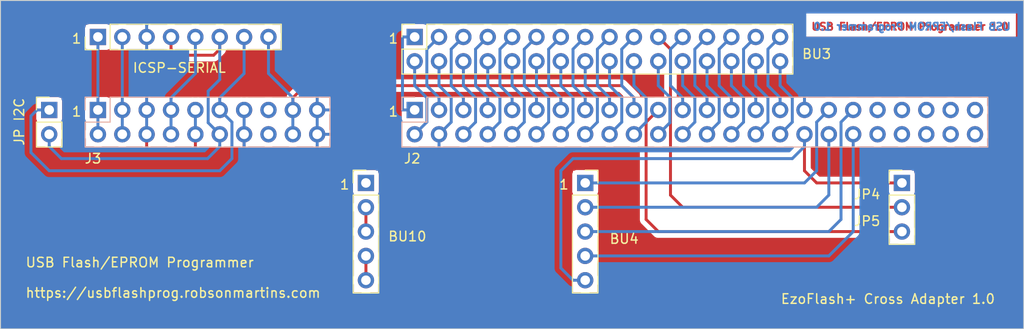
<source format=kicad_pcb>
(kicad_pcb (version 20221018) (generator pcbnew)
  (title_block (title "USB Flash/EPROM Programmer - EzoFlash+ Cross Adapter") (date "2024-01-25") (rev "v0.2.0") (company "Robson Martins") (comment 1 "https://usbflashprog.robsonmartins.com"))
  (layers (0 "F.Cu" signal) (31 "B.Cu" signal) (34 "B.Paste" user) (35 "F.Paste" user) (36 "B.SilkS" user "B.Silkscreen") (37 "F.SilkS" user "F.Silkscreen") (38 "B.Mask" user) (39 "F.Mask" user) (44 "Edge.Cuts" user))
  (net 0 "")
  (net 1 "/D0")
  (net 2 "/D1")
  (net 3 "/D2")
  (net 4 "/GND")
  (net 5 "/D3")
  (net 6 "/D4")
  (net 7 "/D5")
  (net 8 "/D6")
  (net 9 "/D7")
  (net 10 "/~{CE}")
  (net 11 "/A10")
  (net 12 "/~{OE}")
  (net 13 "/A11")
  (net 14 "/A9")
  (net 15 "/A8")
  (net 16 "/A13")
  (net 17 "/A14")
  (net 18 "/A17")
  (net 19 "/~{WE}")
  (net 20 "/VDD")
  (net 21 "/A18{slash}VPP")
  (net 22 "/A16")
  (net 23 "/A15")
  (net 24 "/A12")
  (net 25 "/A7")
  (net 26 "/A6")
  (net 27 "/A5")
  (net 28 "/A4")
  (net 29 "/A3")
  (net 30 "/A2")
  (net 31 "/A1")
  (net 32 "/A0")
  (net 33 "/A19")
  (net 34 "/A20")
  (net 35 "/A21")
  (net 36 "/A22")
  (net 37 "/VPP")
  (net 39 "Net-(BU10-Pin_2)")
  (net 40 "Net-(BU10-Pin_4)")
  (net 41 "/VPP13")
  (net 42 "/VDD5")
  (net 43 "/SDI")
  (net 44 "/SCK")
  (net 45 "/SDO")
  (net 46 "/A18")
  (footprint "Connector_PinHeader_2.54mm:PinHeader_1x05_P2.54mm_Vertical" (layer "F.Cu") (at 83.82 60.96)
    (fp_text reference "BU10" (at 4.318 5.588) (layer "F.SilkS"))
    (fp_text value "EzoFlash+" hide)
    (fp_line (start -1.33 -1.33) (end 0 -1.33) (stroke (width 0.12)) (layer "F.SilkS"))
    (fp_line (start -1.33 0) (end -1.33 -1.33) (stroke (width 0.12)) (layer "F.SilkS"))
    (fp_line (start -1.33 1.27) (end -1.33 11.49) (stroke (width 0.12)) (layer "F.SilkS"))
    (fp_line (start -1.33 1.27) (end 1.33 1.27) (stroke (width 0.12)) (layer "F.SilkS"))
    (fp_line (start -1.33 11.49) (end 1.33 11.49) (stroke (width 0.12)) (layer "F.SilkS"))
    (fp_line (start 1.33 1.27) (end 1.33 11.49) (stroke (width 0.12)) (layer "F.SilkS"))
    (pad "1" thru_hole rect (at 0 0) (size 1.7 1.7) (drill 1) (layers "*.Cu" "*.Mask"))
    (pad "2" thru_hole oval (at 0 2.54) (size 1.7 1.7) (drill 1) (layers "*.Cu" "*.Mask") (net 39 "Net-(BU10-Pin_2)"))
    (pad "3" thru_hole oval (at 0 5.08) (size 1.7 1.7) (drill 1) (layers "*.Cu" "*.Mask") (net 39 "Net-(BU10-Pin_2)"))
    (pad "4" thru_hole oval (at 0 7.62) (size 1.7 1.7) (drill 1) (layers "*.Cu" "*.Mask") (net 40 "Net-(BU10-Pin_4)"))
    (pad "5" thru_hole oval (at 0 10.16) (size 1.7 1.7) (drill 1) (layers "*.Cu" "*.Mask") (net 40 "Net-(BU10-Pin_4)"))
  )
  (footprint "Connector_PinSocket_2.54mm:PinSocket_1x05_P2.54mm_Vertical" (layer "F.Cu") (at 106.68 60.96)
    (fp_text reference "BU4" (at 4.064 5.842) (layer "F.SilkS"))
    (fp_text value "EzoFlash+" hide)
    (fp_line (start -1.33 1.27) (end -1.33 11.49) (stroke (width 0.12)) (layer "F.SilkS"))
    (fp_line (start -1.33 1.27) (end 1.33 1.27) (stroke (width 0.12)) (layer "F.SilkS"))
    (fp_line (start -1.33 11.49) (end 1.33 11.49) (stroke (width 0.12)) (layer "F.SilkS"))
    (fp_line (start 0 -1.33) (end 1.33 -1.33) (stroke (width 0.12)) (layer "F.SilkS"))
    (fp_line (start 1.33 -1.33) (end 1.33 0) (stroke (width 0.12)) (layer "F.SilkS"))
    (fp_line (start 1.33 1.27) (end 1.33 11.49) (stroke (width 0.12)) (layer "F.SilkS"))
    (pad "1" thru_hole rect (at 0 0) (size 1.7 1.7) (drill 1) (layers "*.Cu" "*.Mask") (net 33 "/A19"))
    (pad "2" thru_hole oval (at 0 2.54) (size 1.7 1.7) (drill 1) (layers "*.Cu" "*.Mask") (net 34 "/A20"))
    (pad "3" thru_hole oval (at 0 5.08) (size 1.7 1.7) (drill 1) (layers "*.Cu" "*.Mask") (net 35 "/A21"))
    (pad "4" thru_hole oval (at 0 7.62) (size 1.7 1.7) (drill 1) (layers "*.Cu" "*.Mask") (net 36 "/A22"))
    (pad "5" thru_hole oval (at 0 10.16) (size 1.7 1.7) (drill 1) (layers "*.Cu" "*.Mask") (net 37 "/VPP"))
  )
  (footprint "Connector_PinHeader_2.54mm:PinHeader_1x08_P2.54mm_Vertical" (layer "F.Cu") (at 55.88 45.72 90)
    (fp_text reference "ICSP-SERIAL1" hide)
    (fp_text value "EzoFlash+ 4.5" hide)
    (fp_line (start -1.33 -1.33) (end 0 -1.33) (stroke (width 0.12)) (layer "F.SilkS"))
    (fp_line (start -1.33 0) (end -1.33 -1.33) (stroke (width 0.12)) (layer "F.SilkS"))
    (fp_line (start -1.33 1.27) (end -1.33 19.11) (stroke (width 0.12)) (layer "F.SilkS"))
    (fp_line (start -1.33 1.27) (end 1.33 1.27) (stroke (width 0.12)) (layer "F.SilkS"))
    (fp_line (start -1.33 19.11) (end 1.33 19.11) (stroke (width 0.12)) (layer "F.SilkS"))
    (fp_line (start 1.33 1.27) (end 1.33 19.11) (stroke (width 0.12)) (layer "F.SilkS"))
    (pad "1" thru_hole rect (at 0 0 90) (size 1.7 1.7) (drill 1) (layers "*.Cu" "*.Mask") (net 41 "/VPP13"))
    (pad "2" thru_hole oval (at 0 2.54 90) (size 1.7 1.7) (drill 1) (layers "*.Cu" "*.Mask") (net 42 "/VDD5"))
    (pad "3" thru_hole oval (at 0 5.08 90) (size 1.7 1.7) (drill 1) (layers "*.Cu" "*.Mask") (net 4 "/GND"))
    (pad "4" thru_hole oval (at 0 7.62 90) (size 1.7 1.7) (drill 1) (layers "*.Cu" "*.Mask") (net 43 "/SDI"))
    (pad "5" thru_hole oval (at 0 10.16 90) (size 1.7 1.7) (drill 1) (layers "*.Cu" "*.Mask") (net 44 "/SCK"))
    (pad "6" thru_hole oval (at 0 12.7 90) (size 1.7 1.7) (drill 1) (layers "*.Cu" "*.Mask") (net 43 "/SDI"))
    (pad "7" thru_hole oval (at 0 15.24 90) (size 1.7 1.7) (drill 1) (layers "*.Cu" "*.Mask") (net 45 "/SDO"))
    (pad "8" thru_hole oval (at 0 17.78 90) (size 1.7 1.7) (drill 1) (layers "*.Cu" "*.Mask") (net 19 "/~{WE}"))
  )
  (footprint "Connector_PinHeader_2.54mm:PinHeader_1x03_P2.54mm_Vertical" (layer "F.Cu") (at 139.7 60.96)
    (fp_text reference "JP4JP5" hide)
    (fp_text value "Conn_01x03_Pin" hide)
    (fp_line (start -1.33 -1.33) (end 0 -1.33) (stroke (width 0.12)) (layer "F.SilkS"))
    (fp_line (start -1.33 0) (end -1.33 -1.33) (stroke (width 0.12)) (layer "F.SilkS"))
    (fp_line (start -1.33 1.27) (end -1.33 6.41) (stroke (width 0.12)) (layer "F.SilkS"))
    (fp_line (start -1.33 1.27) (end 1.33 1.27) (stroke (width 0.12)) (layer "F.SilkS"))
    (fp_line (start -1.33 6.41) (end 1.33 6.41) (stroke (width 0.12)) (layer "F.SilkS"))
    (fp_line (start 1.33 1.27) (end 1.33 6.41) (stroke (width 0.12)) (layer "F.SilkS"))
    (pad "1" thru_hole rect (at 0 0) (size 1.7 1.7) (drill 1) (layers "*.Cu" "*.Mask") (net 37 "/VPP"))
    (pad "2" thru_hole oval (at 0 2.54) (size 1.7 1.7) (drill 1) (layers "*.Cu" "*.Mask") (net 21 "/A18{slash}VPP"))
    (pad "3" thru_hole oval (at 0 5.08) (size 1.7 1.7) (drill 1) (layers "*.Cu" "*.Mask") (net 46 "/A18"))
  )
  (footprint "Connector_PinHeader_2.54mm:PinHeader_1x02_P2.54mm_Vertical" (layer "F.Cu") (at 50.8 53.34)
    (fp_text reference "JPI2C1" hide)
    (fp_text value "Conn_01x02_Pin" hide)
    (fp_line (start -1.33 -1.33) (end 0 -1.33) (stroke (width 0.12)) (layer "F.SilkS"))
    (fp_line (start -1.33 0) (end -1.33 -1.33) (stroke (width 0.12)) (layer "F.SilkS"))
    (fp_line (start -1.33 1.27) (end -1.33 3.87) (stroke (width 0.12)) (layer "F.SilkS"))
    (fp_line (start -1.33 1.27) (end 1.33 1.27) (stroke (width 0.12)) (layer "F.SilkS"))
    (fp_line (start -1.33 3.87) (end 1.33 3.87) (stroke (width 0.12)) (layer "F.SilkS"))
    (fp_line (start 1.33 1.27) (end 1.33 3.87) (stroke (width 0.12)) (layer "F.SilkS"))
    (pad "1" thru_hole rect (at 0 0) (size 1.7 1.7) (drill 1) (layers "*.Cu" "*.Mask") (net 45 "/SDO"))
    (pad "2" thru_hole oval (at 0 2.54) (size 1.7 1.7) (drill 1) (layers "*.Cu" "*.Mask") (net 43 "/SDI"))
  )
  (footprint "Connector_PinSocket_2.54mm:PinSocket_2x16_P2.54mm_Vertical" (layer "F.Cu") (at 88.9 45.72 90)
    (fp_text reference "BU3" (at -1.778 41.91) (layer "F.SilkS"))
    (fp_text value "EzoFlash+" hide)
    (fp_line (start -3.87 -1.33) (end -3.87 39.43) (stroke (width 0.12)) (layer "F.SilkS"))
    (fp_line (start -3.87 -1.33) (end -1.27 -1.33) (stroke (width 0.12)) (layer "F.SilkS"))
    (fp_line (start -3.87 39.43) (end 1.33 39.43) (stroke (width 0.12)) (layer "F.SilkS"))
    (fp_line (start -1.27 -1.33) (end -1.27 1.27) (stroke (width 0.12)) (layer "F.SilkS"))
    (fp_line (start -1.27 1.27) (end 1.33 1.27) (stroke (width 0.12)) (layer "F.SilkS"))
    (fp_line (start 0 -1.33) (end 1.33 -1.33) (stroke (width 0.12)) (layer "F.SilkS"))
    (fp_line (start 1.33 -1.33) (end 1.33 0) (stroke (width 0.12)) (layer "F.SilkS"))
    (fp_line (start 1.33 1.27) (end 1.33 39.43) (stroke (width 0.12)) (layer "F.SilkS"))
    (pad "1" thru_hole rect (at 0 0 90) (size 1.7 1.7) (drill 1) (layers "*.Cu" "*.Mask") (net 1 "/D0"))
    (pad "2" thru_hole oval (at -2.54 0 90) (size 1.7 1.7) (drill 1) (layers "*.Cu" "*.Mask") (net 2 "/D1"))
    (pad "3" thru_hole oval (at 0 2.54 90) (size 1.7 1.7) (drill 1) (layers "*.Cu" "*.Mask") (net 3 "/D2"))
    (pad "4" thru_hole oval (at -2.54 2.54 90) (size 1.7 1.7) (drill 1) (layers "*.Cu" "*.Mask") (net 4 "/GND"))
    (pad "5" thru_hole oval (at 0 5.08 90) (size 1.7 1.7) (drill 1) (layers "*.Cu" "*.Mask") (net 5 "/D3"))
    (pad "6" thru_hole oval (at -2.54 5.08 90) (size 1.7 1.7) (drill 1) (layers "*.Cu" "*.Mask") (net 6 "/D4"))
    (pad "7" thru_hole oval (at 0 7.62 90) (size 1.7 1.7) (drill 1) (layers "*.Cu" "*.Mask") (net 7 "/D5"))
    (pad "8" thru_hole oval (at -2.54 7.62 90) (size 1.7 1.7) (drill 1) (layers "*.Cu" "*.Mask") (net 8 "/D6"))
    (pad "9" thru_hole oval (at 0 10.16 90) (size 1.7 1.7) (drill 1) (layers "*.Cu" "*.Mask") (net 9 "/D7"))
    (pad "10" thru_hole oval (at -2.54 10.16 90) (size 1.7 1.7) (drill 1) (layers "*.Cu" "*.Mask") (net 10 "/~{CE}"))
    (pad "11" thru_hole oval (at 0 12.7 90) (size 1.7 1.7) (drill 1) (layers "*.Cu" "*.Mask") (net 11 "/A10"))
    (pad "12" thru_hole oval (at -2.54 12.7 90) (size 1.7 1.7) (drill 1) (layers "*.Cu" "*.Mask") (net 12 "/~{OE}"))
    (pad "13" thru_hole oval (at 0 15.24 90) (size 1.7 1.7) (drill 1) (layers "*.Cu" "*.Mask") (net 13 "/A11"))
    (pad "14" thru_hole oval (at -2.54 15.24 90) (size 1.7 1.7) (drill 1) (layers "*.Cu" "*.Mask") (net 14 "/A9"))
    (pad "15" thru_hole oval (at 0 17.78 90) (size 1.7 1.7) (drill 1) (layers "*.Cu" "*.Mask") (net 15 "/A8"))
    (pad "16" thru_hole oval (at -2.54 17.78 90) (size 1.7 1.7) (drill 1) (layers "*.Cu" "*.Mask") (net 16 "/A13"))
    (pad "17" thru_hole oval (at 0 20.32 90) (size 1.7 1.7) (drill 1) (layers "*.Cu" "*.Mask") (net 17 "/A14"))
    (pad "18" thru_hole oval (at -2.54 20.32 90) (size 1.7 1.7) (drill 1) (layers "*.Cu" "*.Mask") (net 18 "/A17"))
    (pad "19" thru_hole oval (at 0 22.86 90) (size 1.7 1.7) (drill 1) (layers "*.Cu" "*.Mask") (net 19 "/~{WE}"))
    (pad "20" thru_hole oval (at -2.54 22.86 90) (size 1.7 1.7) (drill 1) (layers "*.Cu" "*.Mask") (net 20 "/VDD"))
    (pad "21" thru_hole oval (at 0 25.4 90) (size 1.7 1.7) (drill 1) (layers "*.Cu" "*.Mask") (net 21 "/A18{slash}VPP"))
    (pad "22" thru_hole oval (at -2.54 25.4 90) (size 1.7 1.7) (drill 1) (layers "*.Cu" "*.Mask") (net 22 "/A16"))
    (pad "23" thru_hole oval (at 0 27.94 90) (size 1.7 1.7) (drill 1) (layers "*.Cu" "*.Mask") (net 23 "/A15"))
    (pad "24" thru_hole oval (at -2.54 27.94 90) (size 1.7 1.7) (drill 1) (layers "*.Cu" "*.Mask") (net 24 "/A12"))
    (pad "25" thru_hole oval (at 0 30.48 90) (size 1.7 1.7) (drill 1) (layers "*.Cu" "*.Mask") (net 25 "/A7"))
    (pad "26" thru_hole oval (at -2.54 30.48 90) (size 1.7 1.7) (drill 1) (layers "*.Cu" "*.Mask") (net 26 "/A6"))
    (pad "27" thru_hole oval (at 0 33.02 90) (size 1.7 1.7) (drill 1) (layers "*.Cu" "*.Mask") (net 27 "/A5"))
    (pad "28" thru_hole oval (at -2.54 33.02 90) (size 1.7 1.7) (drill 1) (layers "*.Cu" "*.Mask") (net 28 "/A4"))
    (pad "29" thru_hole oval (at 0 35.56 90) (size 1.7 1.7) (drill 1) (layers "*.Cu" "*.Mask") (net 29 "/A3"))
    (pad "30" thru_hole oval (at -2.54 35.56 90) (size 1.7 1.7) (drill 1) (layers "*.Cu" "*.Mask") (net 30 "/A2"))
    (pad "31" thru_hole oval (at 0 38.1 90) (size 1.7 1.7) (drill 1) (layers "*.Cu" "*.Mask") (net 31 "/A1"))
    (pad "32" thru_hole oval (at -2.54 38.1 90) (size 1.7 1.7) (drill 1) (layers "*.Cu" "*.Mask") (net 32 "/A0"))
  )
  (footprint "Connector_PinHeader_2.54mm:PinHeader_2x10_P2.54mm_Vertical" (layer "B.Cu") (at 55.88 53.34 -90)
    (fp_text reference "J3" (at 5.08 0.508 -180) (layer "F.SilkS"))
    (fp_text value "UFPROG" hide)
    (fp_line (start -1.33 -24.19) (end 3.87 -24.19) (stroke (width 0.12)) (layer "B.SilkS"))
    (fp_line (start -1.33 -1.27) (end -1.33 -24.19) (stroke (width 0.12)) (layer "B.SilkS"))
    (fp_line (start -1.33 -1.27) (end 1.27 -1.27) (stroke (width 0.12)) (layer "B.SilkS"))
    (fp_line (start -1.33 0) (end -1.33 1.33) (stroke (width 0.12)) (layer "B.SilkS"))
    (fp_line (start -1.33 1.33) (end 0 1.33) (stroke (width 0.12)) (layer "B.SilkS"))
    (fp_line (start 1.27 -1.27) (end 1.27 1.33) (stroke (width 0.12)) (layer "B.SilkS"))
    (fp_line (start 1.27 1.33) (end 3.87 1.33) (stroke (width 0.12)) (layer "B.SilkS"))
    (fp_line (start 3.87 1.33) (end 3.87 -24.19) (stroke (width 0.12)) (layer "B.SilkS"))
    (pad "1" thru_hole rect (at 0 0 270) (size 1.7 1.7) (drill 1) (layers "*.Cu" "*.Mask") (net 41 "/VPP13"))
    (pad "2" thru_hole oval (at 2.54 0 270) (size 1.7 1.7) (drill 1) (layers "*.Cu" "*.Mask") (net 41 "/VPP13"))
    (pad "3" thru_hole oval (at 0 -2.54 270) (size 1.7 1.7) (drill 1) (layers "*.Cu" "*.Mask") (net 42 "/VDD5"))
    (pad "4" thru_hole oval (at 2.54 -2.54 270) (size 1.7 1.7) (drill 1) (layers "*.Cu" "*.Mask") (net 42 "/VDD5"))
    (pad "5" thru_hole oval (at 0 -5.08 270) (size 1.7 1.7) (drill 1) (layers "*.Cu" "*.Mask") (net 4 "/GND"))
    (pad "6" thru_hole oval (at 2.54 -5.08 270) (size 1.7 1.7) (drill 1) (layers "*.Cu" "*.Mask") (net 4 "/GND"))
    (pad "7" thru_hole oval (at 0 -7.62 270) (size 1.7 1.7) (drill 1) (layers "*.Cu" "*.Mask") (net 44 "/SCK"))
    (pad "8" thru_hole oval (at 2.54 -7.62 270) (size 1.7 1.7) (drill 1) (layers "*.Cu" "*.Mask") (net 44 "/SCK"))
    (pad "9" thru_hole oval (at 0 -10.16 270) (size 1.7 1.7) (drill 1) (layers "*.Cu" "*.Mask") (net 4 "/GND"))
    (pad "10" thru_hole oval (at 2.54 -10.16 270) (size 1.7 1.7) (drill 1) (layers "*.Cu" "*.Mask") (net 4 "/GND"))
    (pad "11" thru_hole oval (at 0 -12.7 270) (size 1.7 1.7) (drill 1) (layers "*.Cu" "*.Mask") (net 45 "/SDO"))
    (pad "12" thru_hole oval (at 2.54 -12.7 270) (size 1.7 1.7) (drill 1) (layers "*.Cu" "*.Mask") (net 43 "/SDI"))
    (pad "13" thru_hole oval (at 0 -15.24 270) (size 1.7 1.7) (drill 1) (layers "*.Cu" "*.Mask") (net 4 "/GND"))
    (pad "14" thru_hole oval (at 2.54 -15.24 270) (size 1.7 1.7) (drill 1) (layers "*.Cu" "*.Mask") (net 4 "/GND"))
    (pad "15" thru_hole oval (at 0 -17.78 270) (size 1.7 1.7) (drill 1) (layers "*.Cu" "*.Mask"))
    (pad "16" thru_hole oval (at 2.54 -17.78 270) (size 1.7 1.7) (drill 1) (layers "*.Cu" "*.Mask"))
    (pad "17" thru_hole oval (at 0 -20.32 270) (size 1.7 1.7) (drill 1) (layers "*.Cu" "*.Mask") (net 19 "/~{WE}"))
    (pad "18" thru_hole oval (at 2.54 -20.32 270) (size 1.7 1.7) (drill 1) (layers "*.Cu" "*.Mask") (net 19 "/~{WE}"))
    (pad "19" thru_hole oval (at 0 -22.86 270) (size 1.7 1.7) (drill 1) (layers "*.Cu" "*.Mask") (net 4 "/GND"))
    (pad "20" thru_hole oval (at 2.54 -22.86 270) (size 1.7 1.7) (drill 1) (layers "*.Cu" "*.Mask") (net 4 "/GND"))
  )
  (footprint "Connector_PinHeader_2.54mm:PinHeader_2x24_P2.54mm_Vertical" (layer "B.Cu") (at 88.9 53.34 -90)
    (fp_text reference "J2" (at 5.08 0.254) (layer "F.SilkS"))
    (fp_text value "UFPROG" hide)
    (fp_line (start -1.33 -59.75) (end 3.87 -59.75) (stroke (width 0.12)) (layer "B.SilkS"))
    (fp_line (start -1.33 -1.27) (end -1.33 -59.75) (stroke (width 0.12)) (layer "B.SilkS"))
    (fp_line (start -1.33 -1.27) (end 1.27 -1.27) (stroke (width 0.12)) (layer "B.SilkS"))
    (fp_line (start -1.33 0) (end -1.33 1.33) (stroke (width 0.12)) (layer "B.SilkS"))
    (fp_line (start -1.33 1.33) (end 0 1.33) (stroke (width 0.12)) (layer "B.SilkS"))
    (fp_line (start 1.27 -1.27) (end 1.27 1.33) (stroke (width 0.12)) (layer "B.SilkS"))
    (fp_line (start 1.27 1.33) (end 3.87 1.33) (stroke (width 0.12)) (layer "B.SilkS"))
    (fp_line (start 3.87 1.33) (end 3.87 -59.75) (stroke (width 0.12)) (layer "B.SilkS"))
    (pad "1" thru_hole rect (at 0 0 270) (size 1.7 1.7) (drill 1) (layers "*.Cu" "*.Mask") (net 1 "/D0"))
    (pad "2" thru_hole oval (at 2.54 0 270) (size 1.7 1.7) (drill 1) (layers "*.Cu" "*.Mask") (net 2 "/D1"))
    (pad "3" thru_hole oval (at 0 -2.54 270) (size 1.7 1.7) (drill 1) (layers "*.Cu" "*.Mask") (net 3 "/D2"))
    (pad "4" thru_hole oval (at 2.54 -2.54 270) (size 1.7 1.7) (drill 1) (layers "*.Cu" "*.Mask") (net 4 "/GND"))
    (pad "5" thru_hole oval (at 0 -5.08 270) (size 1.7 1.7) (drill 1) (layers "*.Cu" "*.Mask") (net 5 "/D3"))
    (pad "6" thru_hole oval (at 2.54 -5.08 270) (size 1.7 1.7) (drill 1) (layers "*.Cu" "*.Mask") (net 6 "/D4"))
    (pad "7" thru_hole oval (at 0 -7.62 270) (size 1.7 1.7) (drill 1) (layers "*.Cu" "*.Mask") (net 7 "/D5"))
    (pad "8" thru_hole oval (at 2.54 -7.62 270) (size 1.7 1.7) (drill 1) (layers "*.Cu" "*.Mask") (net 8 "/D6"))
    (pad "9" thru_hole oval (at 0 -10.16 270) (size 1.7 1.7) (drill 1) (layers "*.Cu" "*.Mask") (net 9 "/D7"))
    (pad "10" thru_hole oval (at 2.54 -10.16 270) (size 1.7 1.7) (drill 1) (layers "*.Cu" "*.Mask") (net 10 "/~{CE}"))
    (pad "11" thru_hole oval (at 0 -12.7 270) (size 1.7 1.7) (drill 1) (layers "*.Cu" "*.Mask") (net 11 "/A10"))
    (pad "12" thru_hole oval (at 2.54 -12.7 270) (size 1.7 1.7) (drill 1) (layers "*.Cu" "*.Mask") (net 12 "/~{OE}"))
    (pad "13" thru_hole oval (at 0 -15.24 270) (size 1.7 1.7) (drill 1) (layers "*.Cu" "*.Mask") (net 13 "/A11"))
    (pad "14" thru_hole oval (at 2.54 -15.24 270) (size 1.7 1.7) (drill 1) (layers "*.Cu" "*.Mask") (net 14 "/A9"))
    (pad "15" thru_hole oval (at 0 -17.78 270) (size 1.7 1.7) (drill 1) (layers "*.Cu" "*.Mask") (net 15 "/A8"))
    (pad "16" thru_hole oval (at 2.54 -17.78 270) (size 1.7 1.7) (drill 1) (layers "*.Cu" "*.Mask") (net 16 "/A13"))
    (pad "17" thru_hole oval (at 0 -20.32 270) (size 1.7 1.7) (drill 1) (layers "*.Cu" "*.Mask") (net 17 "/A14"))
    (pad "18" thru_hole oval (at 2.54 -20.32 270) (size 1.7 1.7) (drill 1) (layers "*.Cu" "*.Mask") (net 18 "/A17"))
    (pad "19" thru_hole oval (at 0 -22.86 270) (size 1.7 1.7) (drill 1) (layers "*.Cu" "*.Mask") (net 19 "/~{WE}"))
    (pad "20" thru_hole oval (at 2.54 -22.86 270) (size 1.7 1.7) (drill 1) (layers "*.Cu" "*.Mask") (net 20 "/VDD"))
    (pad "21" thru_hole oval (at 0 -25.4 270) (size 1.7 1.7) (drill 1) (layers "*.Cu" "*.Mask") (net 46 "/A18"))
    (pad "22" thru_hole oval (at 2.54 -25.4 270) (size 1.7 1.7) (drill 1) (layers "*.Cu" "*.Mask") (net 22 "/A16"))
    (pad "23" thru_hole oval (at 0 -27.94 270) (size 1.7 1.7) (drill 1) (layers "*.Cu" "*.Mask") (net 23 "/A15"))
    (pad "24" thru_hole oval (at 2.54 -27.94 270) (size 1.7 1.7) (drill 1) (layers "*.Cu" "*.Mask") (net 24 "/A12"))
    (pad "25" thru_hole oval (at 0 -30.48 270) (size 1.7 1.7) (drill 1) (layers "*.Cu" "*.Mask") (net 25 "/A7"))
    (pad "26" thru_hole oval (at 2.54 -30.48 270) (size 1.7 1.7) (drill 1) (layers "*.Cu" "*.Mask") (net 26 "/A6"))
    (pad "27" thru_hole oval (at 0 -33.02 270) (size 1.7 1.7) (drill 1) (layers "*.Cu" "*.Mask") (net 27 "/A5"))
    (pad "28" thru_hole oval (at 2.54 -33.02 270) (size 1.7 1.7) (drill 1) (layers "*.Cu" "*.Mask") (net 28 "/A4"))
    (pad "29" thru_hole oval (at 0 -35.56 270) (size 1.7 1.7) (drill 1) (layers "*.Cu" "*.Mask") (net 29 "/A3"))
    (pad "30" thru_hole oval (at 2.54 -35.56 270) (size 1.7 1.7) (drill 1) (layers "*.Cu" "*.Mask") (net 30 "/A2"))
    (pad "31" thru_hole oval (at 0 -38.1 270) (size 1.7 1.7) (drill 1) (layers "*.Cu" "*.Mask") (net 31 "/A1"))
    (pad "32" thru_hole oval (at 2.54 -38.1 270) (size 1.7 1.7) (drill 1) (layers "*.Cu" "*.Mask") (net 32 "/A0"))
    (pad "33" thru_hole oval (at 0 -40.64 270) (size 1.7 1.7) (drill 1) (layers "*.Cu" "*.Mask") (net 4 "/GND"))
    (pad "34" thru_hole oval (at 2.54 -40.64 270) (size 1.7 1.7) (drill 1) (layers "*.Cu" "*.Mask") (net 37 "/VPP"))
    (pad "35" thru_hole oval (at 0 -43.18 270) (size 1.7 1.7) (drill 1) (layers "*.Cu" "*.Mask") (net 33 "/A19"))
    (pad "36" thru_hole oval (at 2.54 -43.18 270) (size 1.7 1.7) (drill 1) (layers "*.Cu" "*.Mask") (net 34 "/A20"))
    (pad "37" thru_hole oval (at 0 -45.72 270) (size 1.7 1.7) (drill 1) (layers "*.Cu" "*.Mask") (net 35 "/A21"))
    (pad "38" thru_hole oval (at 2.54 -45.72 270) (size 1.7 1.7) (drill 1) (layers "*.Cu" "*.Mask") (net 36 "/A22"))
    (pad "39" thru_hole oval (at 0 -48.26 270) (size 1.7 1.7) (drill 1) (layers "*.Cu" "*.Mask"))
    (pad "40" thru_hole oval (at 2.54 -48.26 270) (size 1.7 1.7) (drill 1) (layers "*.Cu" "*.Mask"))
    (pad "41" thru_hole oval (at 0 -50.8 270) (size 1.7 1.7) (drill 1) (layers "*.Cu" "*.Mask"))
    (pad "42" thru_hole oval (at 2.54 -50.8 270) (size 1.7 1.7) (drill 1) (layers "*.Cu" "*.Mask"))
    (pad "43" thru_hole oval (at 0 -53.34 270) (size 1.7 1.7) (drill 1) (layers "*.Cu" "*.Mask"))
    (pad "44" thru_hole oval (at 2.54 -53.34 270) (size 1.7 1.7) (drill 1) (layers "*.Cu" "*.Mask"))
    (pad "45" thru_hole oval (at 0 -55.88 270) (size 1.7 1.7) (drill 1) (layers "*.Cu" "*.Mask"))
    (pad "46" thru_hole oval (at 2.54 -55.88 270) (size 1.7 1.7) (drill 1) (layers "*.Cu" "*.Mask"))
    (pad "47" thru_hole oval (at 0 -58.42 270) (size 1.7 1.7) (drill 1) (layers "*.Cu" "*.Mask"))
    (pad "48" thru_hole oval (at 2.54 -58.42 270) (size 1.7 1.7) (drill 1) (layers "*.Cu" "*.Mask"))
  )
  (gr_line (start 45.72 41.91) (end 45.72 76.2) (stroke (width 0.1)) (layer "Edge.Cuts"))
  (gr_line (start 152.4 76.2) (end 152.4 41.91) (stroke (width 0.1)) (layer "Edge.Cuts"))
  (gr_line (start 152.4 41.91) (end 45.72 41.91) (stroke (width 0.1)) (layer "Edge.Cuts"))
  (gr_line (start 45.72 76.2) (end 152.4 76.2) (stroke (width 0.1)) (layer "Edge.Cuts"))
  (gr_text "USB Flash/EPROM Programmer 1.0" (at 130.175 45.085) (layer "F.Cu") (effects (font (size 0.762 0.762) (thickness 0.1778) bold) (justify left bottom)))
  (gr_text "USB Flash/EPROM Programmer 1.0" (at 151.13 45.085) (layer "B.Cu") (effects (font (size 0.762 0.762) (thickness 0.1778) bold) (justify left bottom mirror)))
  (gr_text "1" (at 53.086 54.102) (layer "F.SilkS") (effects (font (size 1 1)) (justify left bottom)))
  (gr_text "1" (at 53.086 46.482) (layer "F.SilkS") (effects (font (size 1 1)) (justify left bottom)))
  (gr_text "ICSP-SERIAL" (at 59.436 49.53) (layer "F.SilkS") (effects (font (size 1 1)) (justify left bottom)))
  (gr_text "1" (at 86.106 54.102) (layer "F.SilkS") (effects (font (size 1 1)) (justify left bottom)))
  (gr_text "1" (at 86.106 46.482) (layer "F.SilkS") (effects (font (size 1 1)) (justify left bottom)))
  (gr_text "JP4" (at 134.62 62.738) (layer "F.SilkS") (effects (font (size 1 1)) (justify left bottom)))
  (gr_text "EzoFlash+ Cross Adapter 1.0" (at 127 73.66) (layer "F.SilkS") (effects (font (size 1 1)) (justify left bottom)))
  (gr_text "1" (at 81.026 61.722) (layer "F.SilkS") (effects (font (size 1 1)) (justify left bottom)))
  (gr_text "JP5" (at 134.62 65.532) (layer "F.SilkS") (effects (font (size 1 1)) (justify left bottom)))
  (gr_text "JP I2C" (at 48.26 57.15 90) (layer "F.SilkS") (effects (font (size 1 1)) (justify left bottom)))
  (gr_text "1" (at 103.886 61.722) (layer "F.SilkS") (effects (font (size 1 1)) (justify left bottom)))
  (gr_text "USB Flash/EPROM Programmer" (at 48.26 69.85) (layer "F.SilkS") (effects (font (size 1 1)) (justify left bottom)))
  (gr_text "https://usbflashprog.robsonmartins.com" (at 48.26 73.025) (layer "F.SilkS") (effects (font (size 1 1)) (justify left bottom)))
  (segment (start 87.63 45.72) (end 88.9 45.72) (width 0.3048) (layer "B.Cu") (net 1))
  (segment (start 88.9 53.34) (end 87.63 53.34) (width 0.3048) (layer "B.Cu") (net 1))
  (segment (start 87.63 53.34) (end 87.63 45.72) (width 0.3048) (layer "B.Cu") (net 1))
  (segment (start 88.9 48.26) (end 88.9 50.8) (width 0.3048) (layer "B.Cu") (net 2))
  (segment (start 90.17 52.07) (end 90.17 54.61) (width 0.3048) (layer "B.Cu") (net 2))
  (segment (start 90.17 54.61) (end 88.9 55.88) (width 0.3048) (layer "B.Cu") (net 2))
  (segment (start 88.9 50.8) (end 90.17 52.07) (width 0.3048) (layer "B.Cu") (net 2))
  (segment (start 90.17 50.8) (end 91.44 52.07) (width 0.3048) (layer "B.Cu") (net 3))
  (segment (start 91.44 52.07) (end 91.44 53.34) (width 0.3048) (layer "B.Cu") (net 3))
  (segment (start 90.17 46.99) (end 90.17 50.8) (width 0.3048) (layer "B.Cu") (net 3))
  (segment (start 91.44 45.72) (end 90.17 46.99) (width 0.3048) (layer "B.Cu") (net 3))
  (segment (start 70.485 58.42) (end 65.405 58.42) (width 0.3048) (layer "F.Cu") (net 4))
  (segment (start 71.12 55.88) (end 71.12 57.785) (width 0.3048) (layer "F.Cu") (net 4))
  (segment (start 60.96 55.88) (end 60.96 57.785) (width 0.3048) (layer "F.Cu") (net 4))
  (segment (start 66.04 58.42) (end 66.04 55.88) (width 0.3048) (layer "F.Cu") (net 4))
  (segment (start 65.405 58.42) (end 66.04 58.42) (width 0.3048) (layer "F.Cu") (net 4))
  (segment (start 60.96 57.785) (end 61.595 58.42) (width 0.3048) (layer "F.Cu") (net 4))
  (segment (start 61.595 58.42) (end 65.405 58.42) (width 0.3048) (layer "F.Cu") (net 4))
  (segment (start 71.12 57.785) (end 70.485 58.42) (width 0.3048) (layer "F.Cu") (net 4))
  (segment (start 78.74 53.34) (end 81.28 53.34) (width 0.3048) (layer "B.Cu") (net 4))
  (segment (start 78.74 55.88) (end 82.55 55.88) (width 0.3048) (layer "B.Cu") (net 4))
  (segment (start 71.12 55.88) (end 71.12 58.42) (width 0.3048) (layer "B.Cu") (net 4))
  (segment (start 90.17 59.055) (end 91.44 57.785) (width 0.3048) (layer "B.Cu") (net 4))
  (segment (start 71.755 59.055) (end 78.74 59.055) (width 0.3048) (layer "B.Cu") (net 4))
  (segment (start 60.96 44.45) (end 61.595 43.815) (width 0.3048) (layer "B.Cu") (net 4))
  (segment (start 92.71 54.61) (end 91.44 55.88) (width 0.3048) (layer "B.Cu") (net 4))
  (segment (start 81.28 53.34) (end 82.55 54.61) (width 0.3048) (layer "B.Cu") (net 4))
  (segment (start 86.995 59.055) (end 90.17 59.055) (width 0.3048) (layer "B.Cu") (net 4))
  (segment (start 91.44 48.26) (end 91.44 50.8) (width 0.3048) (layer "B.Cu") (net 4))
  (segment (start 92.71 52.07) (end 92.71 54.61) (width 0.3048) (layer "B.Cu") (net 4))
  (segment (start 78.74 45.085) (end 78.74 53.34) (width 0.3048) (layer "B.Cu") (net 4))
  (segment (start 60.96 45.72) (end 60.96 53.34) (width 0.3048) (layer "B.Cu") (net 4))
  (segment (start 82.55 54.61) (end 82.55 55.88) (width 0.3048) (layer "B.Cu") (net 4))
  (segment (start 71.12 58.42) (end 71.755 59.055) (width 0.3048) (layer "B.Cu") (net 4))
  (segment (start 78.74 55.88) (end 78.74 53.34) (width 0.3048) (layer "B.Cu") (net 4))
  (segment (start 91.44 50.8) (end 92.71 52.07) (width 0.3048) (layer "B.Cu") (net 4))
  (segment (start 61.595 43.815) (end 77.47 43.815) (width 0.3048) (layer "B.Cu") (net 4))
  (segment (start 60.96 45.72) (end 60.96 44.45) (width 0.3048) (layer "B.Cu") (net 4))
  (segment (start 78.74 55.88) (end 78.74 59.055) (width 0.3048) (layer "B.Cu") (net 4))
  (segment (start 129.54 53.34) (end 129.54 51.435) (width 0.3048) (layer "B.Cu") (net 4))
  (segment (start 77.47 43.815) (end 78.74 45.085) (width 0.3048) (layer "B.Cu") (net 4))
  (segment (start 82.55 55.88) (end 82.55 59.055) (width 0.3048) (layer "B.Cu") (net 4))
  (segment (start 129.54 51.435) (end 130.81 50.165) (width 0.3048) (layer "B.Cu") (net 4))
  (segment (start 60.96 55.88) (end 60.96 53.34) (width 0.3048) (layer "B.Cu") (net 4))
  (segment (start 71.12 55.88) (end 71.12 53.34) (width 0.3048) (layer "B.Cu") (net 4))
  (segment (start 91.44 57.785) (end 91.44 55.88) (width 0.3048) (layer "B.Cu") (net 4))
  (segment (start 78.74 59.055) (end 82.55 59.055) (width 0.3048) (layer "B.Cu") (net 4))
  (segment (start 82.55 59.055) (end 86.995 59.055) (width 0.3048) (layer "B.Cu") (net 4))
  (segment (start 66.04 55.88) (end 66.04 53.34) (width 0.3048) (layer "B.Cu") (net 4))
  (segment (start 92.71 46.99) (end 92.71 50.8) (width 0.3048) (layer "B.Cu") (net 5))
  (segment (start 92.71 50.8) (end 93.98 52.07) (width 0.3048) (layer "B.Cu") (net 5))
  (segment (start 93.98 45.72) (end 92.71 46.99) (width 0.3048) (layer "B.Cu") (net 5))
  (segment (start 93.98 52.07) (end 93.98 53.34) (width 0.3048) (layer "B.Cu") (net 5))
  (segment (start 93.98 48.26) (end 93.98 50.8) (width 0.3048) (layer "B.Cu") (net 6))
  (segment (start 95.25 54.61) (end 93.98 55.88) (width 0.3048) (layer "B.Cu") (net 6))
  (segment (start 93.98 50.8) (end 95.25 52.07) (width 0.3048) (layer "B.Cu") (net 6))
  (segment (start 95.25 52.07) (end 95.25 54.61) (width 0.3048) (layer "B.Cu") (net 6))
  (segment (start 96.52 45.72) (end 95.25 46.99) (width 0.3048) (layer "B.Cu") (net 7))
  (segment (start 95.25 46.99) (end 95.25 50.8) (width 0.3048) (layer "B.Cu") (net 7))
  (segment (start 95.25 50.8) (end 96.52 52.07) (width 0.3048) (layer "B.Cu") (net 7))
  (segment (start 96.52 52.07) (end 96.52 53.34) (width 0.3048) (layer "B.Cu") (net 7))
  (segment (start 96.52 55.88) (end 97.79 54.61) (width 0.3048) (layer "B.Cu") (net 8))
  (segment (start 97.79 52.07) (end 96.52 50.8) (width 0.3048) (layer "B.Cu") (net 8))
  (segment (start 96.52 50.8) (end 96.52 48.26) (width 0.3048) (layer "B.Cu") (net 8))
  (segment (start 97.79 54.61) (end 97.79 52.07) (width 0.3048) (layer "B.Cu") (net 8))
  (segment (start 99.06 45.72) (end 97.79 46.99) (width 0.3048) (layer "B.Cu") (net 9))
  (segment (start 99.06 52.07) (end 99.06 53.34) (width 0.3048) (layer "B.Cu") (net 9))
  (segment (start 97.79 46.99) (end 97.79 50.8) (width 0.3048) (layer "B.Cu") (net 9))
  (segment (start 97.79 50.8) (end 99.06 52.07) (width 0.3048) (layer "B.Cu") (net 9))
  (segment (start 99.06 55.88) (end 100.33 54.61) (width 0.3048) (layer "B.Cu") (net 10))
  (segment (start 99.06 50.8) (end 99.06 48.26) (width 0.3048) (layer "B.Cu") (net 10))
  (segment (start 100.33 54.61) (end 100.33 52.07) (width 0.3048) (layer "B.Cu") (net 10))
  (segment (start 100.33 52.07) (end 99.06 50.8) (width 0.3048) (layer "B.Cu") (net 10))
  (segment (start 101.6 52.07) (end 100.33 50.8) (width 0.3048) (layer "B.Cu") (net 11))
  (segment (start 100.33 46.99) (end 101.6 45.72) (width 0.3048) (layer "B.Cu") (net 11))
  (segment (start 101.6 53.34) (end 101.6 52.07) (width 0.3048) (layer "B.Cu") (net 11))
  (segment (start 100.33 50.8) (end 100.33 46.99) (width 0.3048) (layer "B.Cu") (net 11))
  (segment (start 102.87 52.07) (end 102.87 54.61) (width 0.3048) (layer "B.Cu") (net 12))
  (segment (start 101.6 48.26) (end 101.6 50.8) (width 0.3048) (layer "B.Cu") (net 12))
  (segment (start 102.87 54.61) (end 101.6 55.88) (width 0.3048) (layer "B.Cu") (net 12))
  (segment (start 101.6 50.8) (end 102.87 52.07) (width 0.3048) (layer "B.Cu") (net 12))
  (segment (start 104.14 52.07) (end 102.87 50.8) (width 0.3048) (layer "B.Cu") (net 13))
  (segment (start 102.87 50.8) (end 102.87 46.99) (width 0.3048) (layer "B.Cu") (net 13))
  (segment (start 104.14 53.34) (end 104.14 52.07) (width 0.3048) (layer "B.Cu") (net 13))
  (segment (start 102.87 46.99) (end 104.14 45.72) (width 0.3048) (layer "B.Cu") (net 13))
  (segment (start 105.41 52.07) (end 104.14 50.8) (width 0.3048) (layer "B.Cu") (net 14))
  (segment (start 104.14 55.88) (end 105.41 54.61) (width 0.3048) (layer "B.Cu") (net 14))
  (segment (start 105.41 54.61) (end 105.41 52.07) (width 0.3048) (layer "B.Cu") (net 14))
  (segment (start 104.14 50.8) (end 104.14 48.26) (width 0.3048) (layer "B.Cu") (net 14))
  (segment (start 105.41 46.99) (end 106.68 45.72) (width 0.3048) (layer "B.Cu") (net 15))
  (segment (start 106.68 52.07) (end 105.41 50.8) (width 0.3048) (layer "B.Cu") (net 15))
  (segment (start 105.41 50.8) (end 105.41 46.99) (width 0.3048) (layer "B.Cu") (net 15))
  (segment (start 106.68 53.34) (end 106.68 52.07) (width 0.3048) (layer "B.Cu") (net 15))
  (segment (start 106.68 55.88) (end 107.95 54.61) (width 0.3048) (layer "B.Cu") (net 16))
  (segment (start 107.95 54.61) (end 107.95 52.07) (width 0.3048) (layer "B.Cu") (net 16))
  (segment (start 106.68 50.8) (end 106.68 48.26) (width 0.3048) (layer "B.Cu") (net 16))
  (segment (start 107.95 52.07) (end 106.68 50.8) (width 0.3048) (layer "B.Cu") (net 16))
  (segment (start 109.22 45.72) (end 107.95 46.99) (width 0.3048) (layer "B.Cu") (net 17))
  (segment (start 109.22 52.07) (end 109.22 53.34) (width 0.3048) (layer "B.Cu") (net 17))
  (segment (start 107.95 50.8) (end 109.22 52.07) (width 0.3048) (layer "B.Cu") (net 17))
  (segment (start 107.95 46.99) (end 107.95 50.8) (width 0.3048) (layer "B.Cu") (net 17))
  (segment (start 110.49 52.07) (end 109.22 50.8) (width 0.3048) (layer "B.Cu") (net 18))
  (segment (start 110.49 54.61) (end 110.49 52.07) (width 0.3048) (layer "B.Cu") (net 18))
  (segment (start 109.22 50.8) (end 109.22 48.26) (width 0.3048) (layer "B.Cu") (net 18))
  (segment (start 109.22 55.88) (end 110.49 54.61) (width 0.3048) (layer "B.Cu") (net 18))
  (segment (start 110.49 50.8) (end 77.47 50.8) (width 0.3048) (layer "F.Cu") (net 19))
  (segment (start 111.76 53.34) (end 111.76 52.07) (width 0.3048) (layer "F.Cu") (net 19))
  (segment (start 76.2 52.07) (end 76.2 53.34) (width 0.3048) (layer "F.Cu") (net 19))
  (segment (start 77.47 50.8) (end 76.2 52.07) (width 0.3048) (layer "F.Cu") (net 19))
  (segment (start 111.76 52.07) (end 110.49 50.8) (width 0.3048) (layer "F.Cu") (net 19))
  (segment (start 110.49 46.99) (end 110.49 50.8) (width 0.3048) (layer "B.Cu") (net 19))
  (segment (start 111.76 52.07) (end 111.76 53.34) (width 0.3048) (layer "B.Cu") (net 19))
  (segment (start 76.2 55.88) (end 76.2 53.34) (width 0.3048) (layer "B.Cu") (net 19))
  (segment (start 110.49 50.8) (end 111.76 52.07) (width 0.3048) (layer "B.Cu") (net 19))
  (segment (start 111.76 45.72) (end 110.49 46.99) (width 0.3048) (layer "B.Cu") (net 19))
  (segment (start 76.2 52.07) (end 76.2 53.34) (width 0.3048) (layer "B.Cu") (net 19))
  (segment (start 73.66 49.53) (end 76.2 52.07) (width 0.3048) (layer "B.Cu") (net 19))
  (segment (start 73.66 49.53) (end 73.66 45.72) (width 0.3048) (layer "B.Cu") (net 19))
  (segment (start 113.03 52.07) (end 111.76 50.8) (width 0.3048) (layer "B.Cu") (net 20))
  (segment (start 111.76 55.88) (end 113.03 54.61) (width 0.3048) (layer "B.Cu") (net 20))
  (segment (start 113.03 54.61) (end 113.03 52.07) (width 0.3048) (layer "B.Cu") (net 20))
  (segment (start 111.76 50.8) (end 111.76 48.26) (width 0.3048) (layer "B.Cu") (net 20))
  (segment (start 115.57 62.23) (end 115.57 46.99) (width 0.3048) (layer "F.Cu") (net 21))
  (segment (start 139.7 63.5) (end 116.84 63.5) (width 0.3048) (layer "F.Cu") (net 21))
  (segment (start 116.84 63.5) (end 115.57 62.23) (width 0.3048) (layer "F.Cu") (net 21))
  (segment (start 115.57 46.99) (end 114.3 45.72) (width 0.3048) (layer "F.Cu") (net 21))
  (segment (start 115.5056 54.6744) (end 115.5056 52.0056) (width 0.3048) (layer "B.Cu") (net 22))
  (segment (start 114.3 50.8) (end 114.3 48.26) (width 0.3048) (layer "B.Cu") (net 22))
  (segment (start 114.3 55.88) (end 115.5056 54.6744) (width 0.3048) (layer "B.Cu") (net 22))
  (segment (start 115.5056 52.0056) (end 114.3 50.8) (width 0.3048) (layer "B.Cu") (net 22))
  (segment (start 116.84 53.34) (end 116.84 52.07) (width 0.3048) (layer "B.Cu") (net 23))
  (segment (start 115.57 46.99) (end 116.84 45.72) (width 0.3048) (layer "B.Cu") (net 23))
  (segment (start 116.84 52.07) (end 115.57 50.8) (width 0.3048) (layer "B.Cu") (net 23))
  (segment (start 115.57 50.8) (end 115.57 46.99) (width 0.3048) (layer "B.Cu") (net 23))
  (segment (start 118.11 54.61) (end 118.11 52.07) (width 0.3048) (layer "B.Cu") (net 24))
  (segment (start 118.11 52.07) (end 116.84 50.8) (width 0.3048) (layer "B.Cu") (net 24))
  (segment (start 116.84 55.88) (end 118.11 54.61) (width 0.3048) (layer "B.Cu") (net 24))
  (segment (start 116.84 50.8) (end 116.84 48.26) (width 0.3048) (layer "B.Cu") (net 24))
  (segment (start 119.38 53.34) (end 119.38 52.07) (width 0.3048) (layer "B.Cu") (net 25))
  (segment (start 118.11 46.99) (end 119.38 45.72) (width 0.3048) (layer "B.Cu") (net 25))
  (segment (start 119.38 52.07) (end 118.11 50.8) (width 0.3048) (layer "B.Cu") (net 25))
  (segment (start 118.11 50.8) (end 118.11 46.99) (width 0.3048) (layer "B.Cu") (net 25))
  (segment (start 120.65 52.07) (end 119.38 50.8) (width 0.3048) (layer "B.Cu") (net 26))
  (segment (start 120.65 54.61) (end 120.65 52.07) (width 0.3048) (layer "B.Cu") (net 26))
  (segment (start 119.38 50.8) (end 119.38 48.26) (width 0.3048) (layer "B.Cu") (net 26))
  (segment (start 119.38 55.88) (end 120.65 54.61) (width 0.3048) (layer "B.Cu") (net 26))
  (segment (start 121.92 52.07) (end 120.65 50.8) (width 0.3048) (layer "B.Cu") (net 27))
  (segment (start 120.65 46.99) (end 121.92 45.72) (width 0.3048) (layer "B.Cu") (net 27))
  (segment (start 120.65 50.8) (end 120.65 46.99) (width 0.3048) (layer "B.Cu") (net 27))
  (segment (start 121.92 53.34) (end 121.92 52.07) (width 0.3048) (layer "B.Cu") (net 27))
  (segment (start 123.19 52.07) (end 121.92 50.8) (width 0.3048) (layer "B.Cu") (net 28))
  (segment (start 123.19 54.61) (end 123.19 52.07) (width 0.3048) (layer "B.Cu") (net 28))
  (segment (start 121.92 55.88) (end 123.19 54.61) (width 0.3048) (layer "B.Cu") (net 28))
  (segment (start 121.92 50.8) (end 121.92 48.26) (width 0.3048) (layer "B.Cu") (net 28))
  (segment (start 123.19 50.8) (end 123.19 46.99) (width 0.3048) (layer "B.Cu") (net 29))
  (segment (start 124.46 52.07) (end 123.19 50.8) (width 0.3048) (layer "B.Cu") (net 29))
  (segment (start 123.19 46.99) (end 124.46 45.72) (width 0.3048) (layer "B.Cu") (net 29))
  (segment (start 124.46 53.34) (end 124.46 52.07) (width 0.3048) (layer "B.Cu") (net 29))
  (segment (start 124.46 50.8) (end 124.46 48.26) (width 0.3048) (layer "B.Cu") (net 30))
  (segment (start 125.73 52.07) (end 124.46 50.8) (width 0.3048) (layer "B.Cu") (net 30))
  (segment (start 124.46 55.88) (end 125.73 54.61) (width 0.3048) (layer "B.Cu") (net 30))
  (segment (start 125.73 54.61) (end 125.73 52.07) (width 0.3048) (layer "B.Cu") (net 30))
  (segment (start 127 53.34) (end 127 52.07) (width 0.3048) (layer "B.Cu") (net 31))
  (segment (start 127 52.07) (end 125.73 50.8) (width 0.3048) (layer "B.Cu") (net 31))
  (segment (start 125.73 46.99) (end 127 45.72) (width 0.3048) (layer "B.Cu") (net 31))
  (segment (start 125.73 50.8) (end 125.73 46.99) (width 0.3048) (layer "B.Cu") (net 31))
  (segment (start 128.27 52.07) (end 127 50.8) (width 0.3048) (layer "B.Cu") (net 32))
  (segment (start 127 55.88) (end 128.27 54.61) (width 0.3048) (layer "B.Cu") (net 32))
  (segment (start 127 50.8) (end 127 48.26) (width 0.3048) (layer "B.Cu") (net 32))
  (segment (start 128.27 54.61) (end 128.27 52.07) (width 0.3048) (layer "B.Cu") (net 32))
  (segment (start 130.81 59.69) (end 130.81 54.61) (width 0.3048) (layer "B.Cu") (net 33))
  (segment (start 106.68 60.96) (end 129.54 60.96) (width 0.3048) (layer "B.Cu") (net 33))
  (segment (start 129.54 60.96) (end 130.81 59.69) (width 0.3048) (layer "B.Cu") (net 33))
  (segment (start 130.81 54.61) (end 132.08 53.34) (width 0.3048) (layer "B.Cu") (net 33))
  (segment (start 130.81 63.5) (end 132.08 62.23) (width 0.3048) (layer "B.Cu") (net 34))
  (segment (start 106.68 63.5) (end 130.81 63.5) (width 0.3048) (layer "B.Cu") (net 34))
  (segment (start 132.08 62.23) (end 132.08 55.88) (width 0.3048) (layer "B.Cu") (net 34))
  (segment (start 133.35 54.61) (end 134.62 53.34) (width 0.3048) (layer "B.Cu") (net 35))
  (segment (start 133.35 64.77) (end 133.35 54.61) (width 0.3048) (layer "B.Cu") (net 35))
  (segment (start 106.68 66.04) (end 132.08 66.04) (width 0.3048) (layer "B.Cu") (net 35))
  (segment (start 132.08 66.04) (end 133.35 64.77) (width 0.3048) (layer "B.Cu") (net 35))
  (segment (start 132.08 68.58) (end 134.62 66.04) (width 0.3048) (layer "B.Cu") (net 36))
  (segment (start 106.68 68.58) (end 132.08 68.58) (width 0.3048) (layer "B.Cu") (net 36))
  (segment (start 134.62 66.04) (end 134.62 55.88) (width 0.3048) (layer "B.Cu") (net 36))
  (segment (start 139.7 60.96) (end 130.81 60.96) (width 0.3048) (layer "F.Cu") (net 37))
  (segment (start 130.81 60.96) (end 129.54 59.69) (width 0.3048) (layer "F.Cu") (net 37))
  (segment (start 129.54 59.69) (end 129.54 55.88) (width 0.3048) (layer "F.Cu") (net 37))
  (segment (start 104.14 59.69) (end 104.14 69.85) (width 0.3048) (layer "B.Cu") (net 37))
  (segment (start 129.54 55.88) (end 129.54 57.15) (width 0.3048) (layer "B.Cu") (net 37))
  (segment (start 105.41 58.42) (end 104.14 59.69) (width 0.3048) (layer "B.Cu") (net 37))
  (segment (start 104.14 69.85) (end 105.41 71.12) (width 0.3048) (layer "B.Cu") (net 37))
  (segment (start 128.27 58.42) (end 105.41 58.42) (width 0.3048) (layer "B.Cu") (net 37))
  (segment (start 105.41 71.12) (end 106.68 71.12) (width 0.3048) (layer "B.Cu") (net 37))
  (segment (start 129.54 57.15) (end 128.27 58.42) (width 0.3048) (layer "B.Cu") (net 37))
  (segment (start 83.82 66.04) (end 83.82 63.5) (width 0.3048) (layer "F.Cu") (net 39))
  (segment (start 83.82 71.12) (end 83.82 68.58) (width 0.3048) (layer "F.Cu") (net 40))
  (segment (start 55.88 55.88) (end 55.88 53.34) (width 0.3048) (layer "B.Cu") (net 41))
  (segment (start 55.88 53.34) (end 55.88 45.72) (width 0.3048) (layer "B.Cu") (net 41))
  (segment (start 58.42 53.34) (end 58.42 45.72) (width 0.3048) (layer "B.Cu") (net 42))
  (segment (start 58.42 55.88) (end 58.42 53.34) (width 0.3048) (layer "B.Cu") (net 42))
  (segment (start 64.135 47.625) (end 67.945 47.625) (width 0.3048) (layer "F.Cu") (net 43))
  (segment (start 68.58 46.99) (end 68.58 45.72) (width 0.3048) (layer "F.Cu") (net 43))
  (segment (start 63.5 45.72) (end 63.5 46.99) (width 0.3048) (layer "F.Cu") (net 43))
  (segment (start 67.945 47.625) (end 68.58 46.99) (width 0.3048) (layer "F.Cu") (net 43))
  (segment (start 63.5 46.99) (end 64.135 47.625) (width 0.3048) (layer "F.Cu") (net 43))
  (segment (start 68.58 55.88) (end 67.3744 54.6744) (width 0.3048) (layer "B.Cu") (net 43))
  (segment (start 50.8 57.15) (end 52.07 58.42) (width 0.3048) (layer "B.Cu") (net 43))
  (segment (start 50.8 55.88) (end 50.8 57.15) (width 0.3048) (layer "B.Cu") (net 43))
  (segment (start 52.07 58.42) (end 67.31 58.42) (width 0.3048) (layer "B.Cu") (net 43))
  (segment (start 67.3744 51.3706) (end 68.58 50.165) (width 0.3048) (layer "B.Cu") (net 43))
  (segment (start 67.31 58.42) (end 68.58 57.15) (width 0.3048) (layer "B.Cu") (net 43))
  (segment (start 68.58 50.165) (end 68.58 45.72) (width 0.3048) (layer "B.Cu") (net 43))
  (segment (start 67.3744 54.6744) (end 67.3744 51.3706) (width 0.3048) (layer "B.Cu") (net 43))
  (segment (start 68.58 57.15) (end 68.58 55.88) (width 0.3048) (layer "B.Cu") (net 43))
  (segment (start 66.04 49.53) (end 63.5 52.07) (width 0.3048) (layer "B.Cu") (net 44))
  (segment (start 63.5 55.88) (end 63.5 53.34) (width 0.3048) (layer "B.Cu") (net 44))
  (segment (start 63.5 52.07) (end 63.5 53.34) (width 0.3048) (layer "B.Cu") (net 44))
  (segment (start 66.04 45.72) (end 66.04 49.53) (width 0.3048) (layer "B.Cu") (net 44))
  (segment (start 68.58 59.69) (end 50.8 59.69) (width 0.3048) (layer "B.Cu") (net 45))
  (segment (start 68.58 53.34) (end 68.58 52.07) (width 0.3048) (layer "B.Cu") (net 45))
  (segment (start 50.8 59.69) (end 48.895 57.785) (width 0.3048) (layer "B.Cu") (net 45))
  (segment (start 49.53 53.34) (end 50.8 53.34) (width 0.3048) (layer "B.Cu") (net 45))
  (segment (start 68.58 52.07) (end 71.12 49.53) (width 0.3048) (layer "B.Cu") (net 45))
  (segment (start 69.85 54.61) (end 69.85 58.42) (width 0.3048) (layer "B.Cu") (net 45))
  (segment (start 71.12 49.53) (end 71.12 45.72) (width 0.3048) (layer "B.Cu") (net 45))
  (segment (start 68.58 53.34) (end 69.85 54.61) (width 0.3048) (layer "B.Cu") (net 45))
  (segment (start 48.895 57.785) (end 48.895 53.975) (width 0.3048) (layer "B.Cu") (net 45))
  (segment (start 69.85 58.42) (end 68.58 59.69) (width 0.3048) (layer "B.Cu") (net 45))
  (segment (start 48.895 53.975) (end 49.53 53.34) (width 0.3048) (layer "B.Cu") (net 45))
  (segment (start 113.03 54.61) (end 114.3 53.34) (width 0.3048) (layer "F.Cu") (net 46))
  (segment (start 114.3 66.04) (end 113.03 64.77) (width 0.3048) (layer "F.Cu") (net 46))
  (segment (start 113.03 64.77) (end 113.03 54.61) (width 0.3048) (layer "F.Cu") (net 46))
  (segment (start 139.7 66.04) (end 114.3 66.04) (width 0.3048) (layer "F.Cu") (net 46))
  (zone (net 4) (net_name "/GND") (layer "F.Cu") (priority 1) (connect_pads (clearance 0.5)) (min_thickness 0.25) (fill yes (thermal_gap 0.5) (thermal_bridge_width 0.5))
    (polygon (pts (xy 152.4 41.91) (xy 45.72 41.91) (xy 45.72 76.2) (xy 152.4 76.2)))
  )
  (zone (net 0) (net_name "") (layer "F.Cu") (connect_pads (clearance 0)) (min_thickness 0.25)
    (keepout (tracks allowed) (vias allowed) (pads allowed) (copperpour not_allowed) (footprints allowed))
    (fill (thermal_gap 0.5) (thermal_bridge_width 0.5))
    (polygon (pts (xy 49.53 52.07) (xy 49.53 57.15) (xy 52.07 57.15) (xy 52.07 52.07)))
  )
  (zone (net 0) (net_name "") (layer "F.Cu") (connect_pads (clearance 0)) (min_thickness 0.25)
    (keepout (tracks allowed) (vias allowed) (pads allowed) (copperpour not_allowed) (footprints allowed))
    (fill (thermal_gap 0.5) (thermal_bridge_width 0.5))
    (polygon (pts (xy 87.63 44.45) (xy 87.63 49.53) (xy 128.27 49.53) (xy 128.27 44.45)))
  )
  (zone (net 0) (net_name "") (layer "F.Cu") (connect_pads (clearance 0)) (min_thickness 0.25)
    (keepout (tracks allowed) (vias allowed) (pads allowed) (copperpour not_allowed) (footprints allowed))
    (fill (thermal_gap 0.5) (thermal_bridge_width 0.5))
    (polygon (pts (xy 82.55 59.69) (xy 82.55 72.39) (xy 85.09 72.39) (xy 85.09 59.69)))
  )
  (zone (net 0) (net_name "") (layer "F.Cu") (connect_pads (clearance 0)) (min_thickness 0.25)
    (keepout (tracks allowed) (vias allowed) (pads allowed) (copperpour not_allowed) (footprints allowed))
    (fill (thermal_gap 0.5) (thermal_bridge_width 0.5))
    (polygon (pts (xy 54.61 52.07) (xy 54.61 57.15) (xy 80.01 57.15) (xy 80.01 52.07)))
  )
  (zone (net 0) (net_name "") (layer "F.Cu") (connect_pads (clearance 0)) (min_thickness 0.25)
    (keepout (tracks allowed) (vias allowed) (pads allowed) (copperpour not_allowed) (footprints allowed))
    (fill (thermal_gap 0.5) (thermal_bridge_width 0.5))
    (polygon (pts (xy 87.63 52.07) (xy 87.63 57.15) (xy 148.59 57.15) (xy 148.59 52.07)))
  )
  (zone (net 0) (net_name "") (layer "F.Cu") (connect_pads (clearance 0)) (min_thickness 0.25)
    (keepout (tracks allowed) (vias allowed) (pads allowed) (copperpour not_allowed) (footprints allowed))
    (fill (thermal_gap 0.5) (thermal_bridge_width 0.5))
    (polygon (pts (xy 138.43 59.69) (xy 138.43 67.31) (xy 140.97 67.31) (xy 140.97 59.69)))
  )
  (zone (net 0) (net_name "") (layer "F.Cu") (connect_pads (clearance 0)) (min_thickness 0.25)
    (keepout (tracks allowed) (vias allowed) (pads allowed) (copperpour not_allowed) (footprints allowed))
    (fill (thermal_gap 0.5) (thermal_bridge_width 0.5))
    (polygon (pts (xy 105.41 59.69) (xy 105.41 72.39) (xy 107.95 72.39) (xy 107.95 59.69)))
  )
  (zone (net 0) (net_name "") (layer "F.Cu") (connect_pads (clearance 0)) (min_thickness 0.25)
    (keepout (tracks allowed) (vias allowed) (pads allowed) (copperpour not_allowed) (footprints allowed))
    (fill (thermal_gap 0.5) (thermal_bridge_width 0.5))
    (polygon (pts (xy 54.61 44.45) (xy 54.61 46.99) (xy 74.93 46.99) (xy 74.93 44.45)))
  )
  (zone (net 0) (net_name "") (layer "B.Cu") (connect_pads (clearance 0)) (min_thickness 0.25)
    (keepout (tracks allowed) (vias allowed) (pads allowed) (copperpour not_allowed) (footprints allowed))
    (fill (thermal_gap 0.5) (thermal_bridge_width 0.5))
    (polygon (pts (xy 87.63 44.45) (xy 87.63 49.53) (xy 128.27 49.53) (xy 128.27 44.45)))
  )
  (zone (net 4) (net_name "/GND") (layer "B.Cu") (connect_pads (clearance 0.5)) (min_thickness 0.25) (fill yes (thermal_gap 0.5) (thermal_bridge_width 0.5))
    (polygon (pts (xy 45.72 41.91) (xy 152.4 41.91) (xy 152.4 76.2) (xy 45.72 76.2)))
  )
  (zone (net 0) (net_name "") (layer "B.Cu") (connect_pads (clearance 0)) (min_thickness 0.25)
    (keepout (tracks allowed) (vias allowed) (pads allowed) (copperpour not_allowed) (footprints allowed))
    (fill (thermal_gap 0.5) (thermal_bridge_width 0.5))
    (polygon (pts (xy 87.63 52.07) (xy 87.63 57.15) (xy 148.59 57.15) (xy 148.59 52.07)))
  )
  (zone (net 0) (net_name "") (layer "B.Cu") (connect_pads (clearance 0)) (min_thickness 0.25)
    (keepout (tracks allowed) (vias allowed) (pads allowed) (copperpour not_allowed) (footprints allowed))
    (fill (thermal_gap 0.5) (thermal_bridge_width 0.5))
    (polygon (pts (xy 49.53 52.07) (xy 49.53 57.15) (xy 52.07 57.15) (xy 52.07 52.07)))
  )
  (zone (net 0) (net_name "") (layer "B.Cu") (connect_pads (clearance 0)) (min_thickness 0.25)
    (keepout (tracks allowed) (vias allowed) (pads allowed) (copperpour not_allowed) (footprints allowed))
    (fill (thermal_gap 0.5) (thermal_bridge_width 0.5))
    (polygon (pts (xy 54.61 52.07) (xy 54.61 57.15) (xy 80.01 57.15) (xy 80.01 52.07)))
  )
  (zone (net 0) (net_name "") (layer "B.Cu") (connect_pads (clearance 0)) (min_thickness 0.25)
    (keepout (tracks allowed) (vias allowed) (pads allowed) (copperpour not_allowed) (footprints allowed))
    (fill (thermal_gap 0.5) (thermal_bridge_width 0.5))
    (polygon (pts (xy 87.63 49.53) (xy 87.63 52.07) (xy 127 52.07) (xy 127 49.53)))
  )
  (zone (net 0) (net_name "") (layer "B.Cu") (connect_pads (clearance 0)) (min_thickness 0.25)
    (keepout (tracks allowed) (vias allowed) (pads allowed) (copperpour not_allowed) (footprints allowed))
    (fill (thermal_gap 0.5) (thermal_bridge_width 0.5))
    (polygon (pts (xy 138.43 59.69) (xy 138.43 67.31) (xy 140.97 67.31) (xy 140.97 59.69)))
  )
  (zone (net 0) (net_name "") (layer "B.Cu") (connect_pads (clearance 0)) (min_thickness 0.25)
    (keepout (tracks allowed) (vias allowed) (pads allowed) (copperpour not_allowed) (footprints allowed))
    (fill (thermal_gap 0.5) (thermal_bridge_width 0.5))
    (polygon (pts (xy 54.61 44.45) (xy 54.61 46.99) (xy 74.93 46.99) (xy 74.93 44.45)))
  )
  (zone (net 0) (net_name "") (layer "B.Cu") (connect_pads (clearance 0)) (min_thickness 0.25)
    (keepout (tracks allowed) (vias allowed) (pads allowed) (copperpour not_allowed) (footprints allowed))
    (fill (thermal_gap 0.5) (thermal_bridge_width 0.5))
    (polygon (pts (xy 105.41 59.69) (xy 105.41 72.39) (xy 107.95 72.39) (xy 107.95 59.69)))
  )
  (zone (net 0) (net_name "") (layer "B.Cu") (connect_pads (clearance 0)) (min_thickness 0.25)
    (keepout (tracks allowed) (vias allowed) (pads allowed) (copperpour not_allowed) (footprints allowed))
    (fill (thermal_gap 0.5) (thermal_bridge_width 0.5))
    (polygon (pts (xy 82.55 59.69) (xy 85.09 59.69) (xy 85.09 72.39) (xy 82.55 72.39)))
  )
)
</source>
